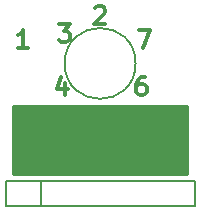
<source format=gto>
G04 #@! TF.FileFunction,Legend,Top*
%FSLAX46Y46*%
G04 Gerber Fmt 4.6, Leading zero omitted, Abs format (unit mm)*
G04 Created by KiCad (PCBNEW 4.0.7-e2-6376~58~ubuntu16.04.1) date Mon Mar 11 22:55:11 2019*
%MOMM*%
%LPD*%
G01*
G04 APERTURE LIST*
%ADD10C,0.100000*%
%ADD11C,0.300000*%
%ADD12C,0.150000*%
%ADD13C,0.254000*%
G04 APERTURE END LIST*
D10*
D11*
X145928572Y-105678571D02*
X145071429Y-105678571D01*
X145500001Y-105678571D02*
X145500001Y-104178571D01*
X145357144Y-104392857D01*
X145214286Y-104535714D01*
X145071429Y-104607143D01*
X155250001Y-104178571D02*
X156250001Y-104178571D01*
X155607144Y-105678571D01*
X155785715Y-108178571D02*
X155500001Y-108178571D01*
X155357144Y-108250000D01*
X155285715Y-108321429D01*
X155142858Y-108535714D01*
X155071429Y-108821429D01*
X155071429Y-109392857D01*
X155142858Y-109535714D01*
X155214286Y-109607143D01*
X155357144Y-109678571D01*
X155642858Y-109678571D01*
X155785715Y-109607143D01*
X155857144Y-109535714D01*
X155928572Y-109392857D01*
X155928572Y-109035714D01*
X155857144Y-108892857D01*
X155785715Y-108821429D01*
X155642858Y-108750000D01*
X155357144Y-108750000D01*
X155214286Y-108821429D01*
X155142858Y-108892857D01*
X155071429Y-109035714D01*
X149035715Y-108678571D02*
X149035715Y-109678571D01*
X148678572Y-108107143D02*
X148321429Y-109178571D01*
X149250001Y-109178571D01*
X148500001Y-103678571D02*
X149428572Y-103678571D01*
X148928572Y-104250000D01*
X149142858Y-104250000D01*
X149285715Y-104321429D01*
X149357144Y-104392857D01*
X149428572Y-104535714D01*
X149428572Y-104892857D01*
X149357144Y-105035714D01*
X149285715Y-105107143D01*
X149142858Y-105178571D01*
X148714286Y-105178571D01*
X148571429Y-105107143D01*
X148500001Y-105035714D01*
X151571429Y-102321429D02*
X151642858Y-102250000D01*
X151785715Y-102178571D01*
X152142858Y-102178571D01*
X152285715Y-102250000D01*
X152357144Y-102321429D01*
X152428572Y-102464286D01*
X152428572Y-102607143D01*
X152357144Y-102821429D01*
X151500001Y-103678571D01*
X152428572Y-103678571D01*
D12*
X155000000Y-107000000D02*
G75*
G03X155000000Y-107000000I-3000000J0D01*
G01*
X144000000Y-116925000D02*
X160000000Y-116925000D01*
X160000000Y-116925000D02*
X160000000Y-119075000D01*
X160000000Y-119075000D02*
X144000000Y-119075000D01*
X144000000Y-119075000D02*
X144000000Y-116925000D01*
X147000000Y-116925000D02*
X147000000Y-119075000D01*
D13*
G36*
X159373000Y-116373000D02*
X144627000Y-116373000D01*
X144627000Y-110627000D01*
X159373000Y-110627000D01*
X159373000Y-116373000D01*
X159373000Y-116373000D01*
G37*
X159373000Y-116373000D02*
X144627000Y-116373000D01*
X144627000Y-110627000D01*
X159373000Y-110627000D01*
X159373000Y-116373000D01*
M02*

</source>
